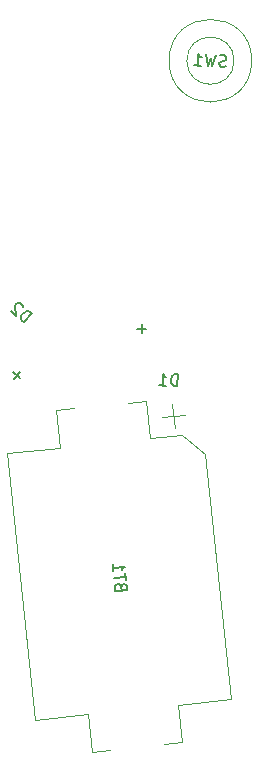
<source format=gbr>
%TF.GenerationSoftware,KiCad,Pcbnew,7.0.10*%
%TF.CreationDate,2024-05-13T16:35:13+02:00*%
%TF.ProjectId,MINT-Labs,4d494e54-2d4c-4616-9273-2e6b69636164,rev?*%
%TF.SameCoordinates,Original*%
%TF.FileFunction,Legend,Bot*%
%TF.FilePolarity,Positive*%
%FSLAX46Y46*%
G04 Gerber Fmt 4.6, Leading zero omitted, Abs format (unit mm)*
G04 Created by KiCad (PCBNEW 7.0.10) date 2024-05-13 16:35:13*
%MOMM*%
%LPD*%
G01*
G04 APERTURE LIST*
%ADD10C,0.150000*%
%ADD11C,0.120000*%
G04 APERTURE END LIST*
D10*
X152510742Y-116694198D02*
X152448451Y-116557101D01*
X152448451Y-116557101D02*
X152396115Y-116514721D01*
X152396115Y-116514721D02*
X152296421Y-116477317D01*
X152296421Y-116477317D02*
X152154347Y-116492250D01*
X152154347Y-116492250D02*
X152064608Y-116549563D01*
X152064608Y-116549563D02*
X152022227Y-116601899D01*
X152022227Y-116601899D02*
X151984824Y-116701593D01*
X151984824Y-116701593D02*
X152024644Y-117080459D01*
X152024644Y-117080459D02*
X153019166Y-116975930D01*
X153019166Y-116975930D02*
X152984323Y-116644423D01*
X152984323Y-116644423D02*
X152927010Y-116554684D01*
X152927010Y-116554684D02*
X152874674Y-116512303D01*
X152874674Y-116512303D02*
X152774980Y-116474900D01*
X152774980Y-116474900D02*
X152680264Y-116484855D01*
X152680264Y-116484855D02*
X152590525Y-116542169D01*
X152590525Y-116542169D02*
X152548145Y-116594504D01*
X152548145Y-116594504D02*
X152510742Y-116694198D01*
X152510742Y-116694198D02*
X152545584Y-117025706D01*
X152929570Y-116123483D02*
X152869840Y-115555185D01*
X151905183Y-115943862D02*
X152899705Y-115839334D01*
X151785722Y-114807265D02*
X151845453Y-115375564D01*
X151815587Y-115091415D02*
X152810109Y-114986886D01*
X152810109Y-114986886D02*
X152677990Y-115096535D01*
X152677990Y-115096535D02*
X152593229Y-115201207D01*
X152593229Y-115201207D02*
X152555825Y-115300900D01*
X161373748Y-72634454D02*
X161228594Y-72674531D01*
X161228594Y-72674531D02*
X160990825Y-72662070D01*
X160990825Y-72662070D02*
X160898210Y-72609532D01*
X160898210Y-72609532D02*
X160853148Y-72559486D01*
X160853148Y-72559486D02*
X160810579Y-72461886D01*
X160810579Y-72461886D02*
X160815563Y-72366778D01*
X160815563Y-72366778D02*
X160868101Y-72274163D01*
X160868101Y-72274163D02*
X160918147Y-72229102D01*
X160918147Y-72229102D02*
X161015747Y-72186532D01*
X161015747Y-72186532D02*
X161208455Y-72148947D01*
X161208455Y-72148947D02*
X161306054Y-72106378D01*
X161306054Y-72106378D02*
X161356100Y-72061316D01*
X161356100Y-72061316D02*
X161408638Y-71968701D01*
X161408638Y-71968701D02*
X161413623Y-71873593D01*
X161413623Y-71873593D02*
X161371053Y-71775993D01*
X161371053Y-71775993D02*
X161325992Y-71725947D01*
X161325992Y-71725947D02*
X161233376Y-71673409D01*
X161233376Y-71673409D02*
X160995608Y-71660948D01*
X160995608Y-71660948D02*
X160850454Y-71701025D01*
X160520070Y-71636026D02*
X160229965Y-72622195D01*
X160229965Y-72622195D02*
X160077132Y-71898919D01*
X160077132Y-71898919D02*
X159849534Y-72602257D01*
X159849534Y-72602257D02*
X159664101Y-71591167D01*
X158708244Y-72542445D02*
X159278889Y-72572351D01*
X158993566Y-72557398D02*
X159045902Y-71558769D01*
X159045902Y-71558769D02*
X159133533Y-71706414D01*
X159133533Y-71706414D02*
X159223657Y-71806506D01*
X159223657Y-71806506D02*
X159316272Y-71859044D01*
X157253279Y-99712824D02*
X157305615Y-98714195D01*
X157305615Y-98714195D02*
X157067846Y-98701734D01*
X157067846Y-98701734D02*
X156922693Y-98741811D01*
X156922693Y-98741811D02*
X156822601Y-98831934D01*
X156822601Y-98831934D02*
X156770063Y-98924549D01*
X156770063Y-98924549D02*
X156712540Y-99112272D01*
X156712540Y-99112272D02*
X156705064Y-99254934D01*
X156705064Y-99254934D02*
X156742649Y-99447641D01*
X156742649Y-99447641D02*
X156785218Y-99545241D01*
X156785218Y-99545241D02*
X156875341Y-99645333D01*
X156875341Y-99645333D02*
X157015510Y-99700363D01*
X157015510Y-99700363D02*
X157253279Y-99712824D01*
X155731558Y-99633074D02*
X156302204Y-99662980D01*
X156016881Y-99648027D02*
X156069217Y-98649398D01*
X156069217Y-98649398D02*
X156156848Y-98797043D01*
X156156848Y-98797043D02*
X156246971Y-98897135D01*
X156246971Y-98897135D02*
X156339586Y-98949674D01*
X154633389Y-94884559D02*
X153872529Y-94844684D01*
X154233021Y-95245052D02*
X154272897Y-94484192D01*
X144313061Y-94312849D02*
X144955848Y-93546805D01*
X144955848Y-93546805D02*
X144773457Y-93393760D01*
X144773457Y-93393760D02*
X144633413Y-93338412D01*
X144633413Y-93338412D02*
X144499239Y-93350150D01*
X144499239Y-93350150D02*
X144401542Y-93392498D01*
X144401542Y-93392498D02*
X144242628Y-93507802D01*
X144242628Y-93507802D02*
X144150802Y-93617237D01*
X144150802Y-93617237D02*
X144064844Y-93793759D01*
X144064844Y-93793759D02*
X144040105Y-93897325D01*
X144040105Y-93897325D02*
X144051843Y-94031499D01*
X144051843Y-94031499D02*
X144130669Y-94159805D01*
X144130669Y-94159805D02*
X144313061Y-94312849D01*
X144165064Y-93007583D02*
X144159195Y-92940496D01*
X144159195Y-92940496D02*
X144116847Y-92842799D01*
X144116847Y-92842799D02*
X143934456Y-92689755D01*
X143934456Y-92689755D02*
X143830890Y-92665015D01*
X143830890Y-92665015D02*
X143763803Y-92670884D01*
X143763803Y-92670884D02*
X143666107Y-92713232D01*
X143666107Y-92713232D02*
X143604889Y-92786189D01*
X143604889Y-92786189D02*
X143549541Y-92926233D01*
X143549541Y-92926233D02*
X143619973Y-93731280D01*
X143619973Y-93731280D02*
X143145755Y-93333363D01*
X143957852Y-99046582D02*
X143374199Y-98556839D01*
X143421154Y-99093537D02*
X143910897Y-98509884D01*
D11*
%TO.C,BT1*%
X154629362Y-100937018D02*
X153087853Y-101099037D01*
X146971544Y-101741887D02*
X148513053Y-101579868D01*
X155935081Y-102358319D02*
X157924125Y-102149262D01*
X157034132Y-103248312D02*
X156825075Y-101259269D01*
X157649062Y-103837261D02*
X154963853Y-104119488D01*
X154963853Y-104119488D02*
X154629362Y-100937018D01*
X147306035Y-104924357D02*
X146971544Y-101741887D01*
X142830686Y-105394735D02*
X147306035Y-104924357D01*
X142830686Y-105394735D02*
X145203482Y-127970382D01*
X159627353Y-105439249D02*
X157649062Y-103837261D01*
X161811998Y-126224757D02*
X159627353Y-105439249D01*
X161811998Y-126224757D02*
X157336649Y-126695135D01*
X157336649Y-126695135D02*
X157671140Y-129877605D01*
X149678831Y-127500004D02*
X150013322Y-130682474D01*
X145203482Y-127970382D02*
X149678831Y-127500004D01*
X157671140Y-129877605D02*
X156129631Y-130039624D01*
X150013322Y-130682474D02*
X151554831Y-130520455D01*
%TO.C,SW1*%
X162063554Y-72158031D02*
G75*
G03*
X158063554Y-72158031I-2000000J0D01*
G01*
X158063554Y-72158031D02*
G75*
G03*
X162063554Y-72158031I2000000J0D01*
G01*
X163563555Y-72158031D02*
G75*
G03*
X156563553Y-72158031I-3500001J0D01*
G01*
X156563553Y-72158031D02*
G75*
G03*
X163563555Y-72158031I3500001J0D01*
G01*
%TD*%
M02*

</source>
